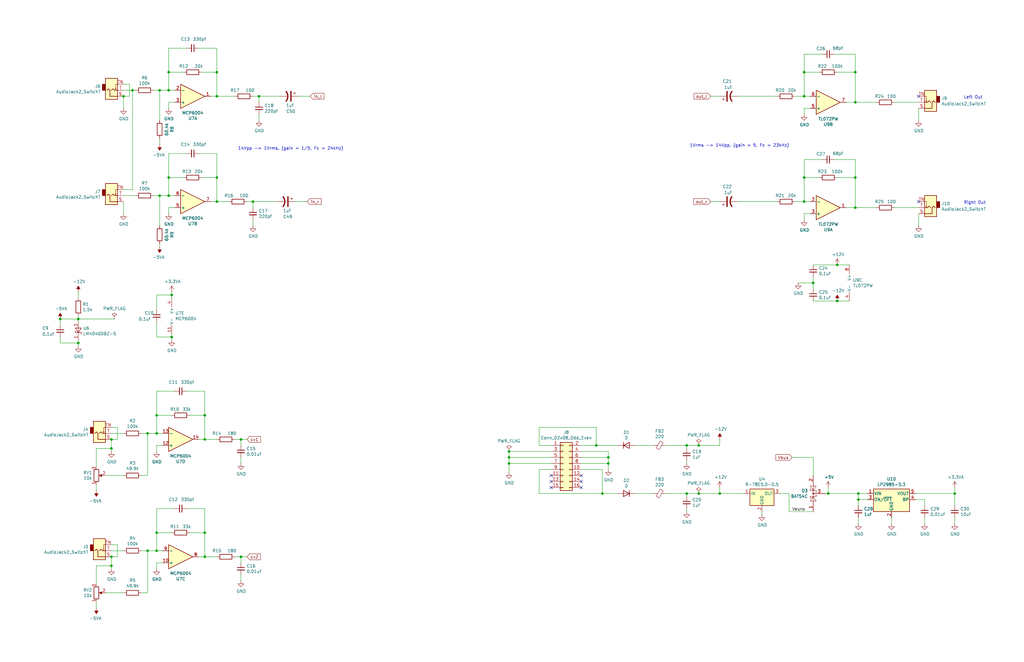
<source format=kicad_sch>
(kicad_sch (version 20211123) (generator eeschema)
  (paper "B")
  (title_block (title "up5k Oscillator Euro ") (date "2021-03-27") (rev "-"))
  (lib_symbols
    (symbol "Amplifier_Operational:MCP6004" (pin_names (offset 0.127))
      (property "Reference" "U" (at 0 5.08 0))
      (property "Value" "MCP6004" (at 0 -5.08 0))
      (symbol "MCP6004_1_1"
        (pin output line (at 7.62 0 180) (length 2.54) (name "~") (number "1"))
        (pin input line (at -7.62 -2.54 0) (length 2.54) (name "-") (number "2"))
        (pin input line (at -7.62 2.54 0) (length 2.54) (name "+") (number "3"))
      )
      (symbol "MCP6004_2_1"
        (pin input line (at -7.62 2.54 0) (length 2.54) (name "+") (number "5"))
        (pin input line (at -7.62 -2.54 0) (length 2.54) (name "-") (number "6"))
        (pin output line (at 7.62 0 180) (length 2.54) (name "~") (number "7"))
      )
      (symbol "MCP6004_3_1"
        (pin input line (at -7.62 2.54 0) (length 2.54) (name "+") (number "10"))
        (pin output line (at 7.62 0 180) (length 2.54) (name "~") (number "8"))
        (pin input line (at -7.62 -2.54 0) (length 2.54) (name "-") (number "9"))
      )
      (symbol "MCP6004_4_1"
        (pin input line (at -7.62 2.54 0) (length 2.54) (name "+") (number "12"))
        (pin input line (at -7.62 -2.54 0) (length 2.54) (name "-") (number "13"))
        (pin output line (at 7.62 0 180) (length 2.54) (name "~") (number "14"))
      )
      (symbol "MCP6004_5_1"
        (pin power_in line (at -2.54 -7.62 90) (length 3.81) (name "V-") (number "11"))
        (pin power_in line (at -2.54 7.62 270) (length 3.81) (name "V+") (number "4"))
      )
    )
    (symbol "Amplifier_Operational:TL082" (pin_names (offset 0.127))
      (property "Reference" "U" (at 0 5.08 0))
      (property "Value" "TL082" (at 0 -5.08 0))
      (symbol "TL082_1_1"
        (pin output line (at 7.62 0 180) (length 2.54) (name "~") (number "1"))
        (pin input line (at -7.62 -2.54 0) (length 2.54) (name "-") (number "2"))
        (pin input line (at -7.62 2.54 0) (length 2.54) (name "+") (number "3"))
      )
      (symbol "TL082_2_1"
        (pin input line (at -7.62 2.54 0) (length 2.54) (name "+") (number "5"))
        (pin input line (at -7.62 -2.54 0) (length 2.54) (name "-") (number "6"))
        (pin output line (at 7.62 0 180) (length 2.54) (name "~") (number "7"))
      )
      (symbol "TL082_3_1"
        (pin power_in line (at -2.54 -7.62 90) (length 3.81) (name "V-") (number "4"))
        (pin power_in line (at -2.54 7.62 270) (length 3.81) (name "V+") (number "8"))
      )
    )
    (symbol "Connector:AudioJack2_SwitchT"
      (property "Reference" "J" (at 0 8.89 0))
      (property "Value" "AudioJack2_SwitchT" (at 0 6.35 0))
      (symbol "AudioJack2_SwitchT_1_1"
        (pin passive line (at 5.08 2.54 180) (length 2.54) (name "~") (number "S"))
        (pin passive line (at 5.08 0 180) (length 2.54) (name "~") (number "T"))
        (pin passive line (at 5.08 -2.54 180) (length 2.54) (name "~") (number "TN"))
      )
    )
    (symbol "Connector_Generic:Conn_02x08_Odd_Even" (pin_names (offset 1.016) hide)
      (property "Reference" "J" (at 1.27 10.16 0))
      (property "Value" "Conn_02x08_Odd_Even" (at 1.27 -12.7 0))
      (symbol "Conn_02x08_Odd_Even_1_1"
        (pin passive line (at -5.08 7.62 0) (length 3.81) (name "Pin_1") (number "1"))
        (pin passive line (at 7.62 -2.54 180) (length 3.81) (name "Pin_10") (number "10"))
        (pin passive line (at -5.08 -5.08 0) (length 3.81) (name "Pin_11") (number "11"))
        (pin passive line (at 7.62 -5.08 180) (length 3.81) (name "Pin_12") (number "12"))
        (pin passive line (at -5.08 -7.62 0) (length 3.81) (name "Pin_13") (number "13"))
        (pin passive line (at 7.62 -7.62 180) (length 3.81) (name "Pin_14") (number "14"))
        (pin passive line (at -5.08 -10.16 0) (length 3.81) (name "Pin_15") (number "15"))
        (pin passive line (at 7.62 -10.16 180) (length 3.81) (name "Pin_16") (number "16"))
        (pin passive line (at 7.62 7.62 180) (length 3.81) (name "Pin_2") (number "2"))
        (pin passive line (at -5.08 5.08 0) (length 3.81) (name "Pin_3") (number "3"))
        (pin passive line (at 7.62 5.08 180) (length 3.81) (name "Pin_4") (number "4"))
        (pin passive line (at -5.08 2.54 0) (length 3.81) (name "Pin_5") (number "5"))
        (pin passive line (at 7.62 2.54 180) (length 3.81) (name "Pin_6") (number "6"))
        (pin passive line (at -5.08 0 0) (length 3.81) (name "Pin_7") (number "7"))
        (pin passive line (at 7.62 0 180) (length 3.81) (name "Pin_8") (number "8"))
        (pin passive line (at -5.08 -2.54 0) (length 3.81) (name "Pin_9") (number "9"))
      )
    )
    (symbol "Device:CP1" (pin_numbers hide) (pin_names (offset 0.254) hide)
      (property "Reference" "C" (at 0.635 2.54 0))
      (property "Value" "Device_CP1" (at 0.635 -2.54 0))
      (symbol "CP1_1_1"
        (pin passive line (at 0 3.81 270) (length 2.794) (name "~") (number "1"))
        (pin passive line (at 0 -3.81 90) (length 3.302) (name "~") (number "2"))
      )
    )
    (symbol "Device:C_Small" (pin_numbers hide) (pin_names (offset 0.254) hide)
      (property "Reference" "C" (at 0.254 1.778 0))
      (property "Value" "C_Small" (at 0.254 -2.032 0))
      (symbol "C_Small_1_1"
        (pin passive line (at 0 2.54 270) (length 2.032) (name "~") (number "1"))
        (pin passive line (at 0 -2.54 90) (length 2.032) (name "~") (number "2"))
      )
    )
    (symbol "Device:D" (pin_numbers hide) (pin_names (offset 1.016) hide)
      (property "Reference" "D" (at 0 2.54 0))
      (property "Value" "D" (at 0 -2.54 0))
      (symbol "D_1_1"
        (pin passive line (at -3.81 0 0) (length 2.54) (name "K") (number "1"))
        (pin passive line (at 3.81 0 180) (length 2.54) (name "A") (number "2"))
      )
    )
    (symbol "Device:Ferrite_Bead_Small" (pin_numbers hide) (pin_names (offset 0))
      (property "Reference" "FB" (at 1.905 1.27 0))
      (property "Value" "Device_Ferrite_Bead_Small" (at 1.905 -1.27 0))
      (symbol "Ferrite_Bead_Small_1_1"
        (pin passive line (at 0 2.54 270) (length 1.27) (name "~") (number "1"))
        (pin passive line (at 0 -2.54 90) (length 1.27) (name "~") (number "2"))
      )
    )
    (symbol "Device:R" (pin_numbers hide) (pin_names (offset 0))
      (property "Reference" "R" (at 2.032 0 90))
      (property "Value" "R" (at 0 0 90))
      (symbol "R_1_1"
        (pin passive line (at 0 3.81 270) (length 1.27) (name "~") (number "1"))
        (pin passive line (at 0 -3.81 90) (length 1.27) (name "~") (number "2"))
      )
    )
    (symbol "Device:R_POT" (pin_names (offset 1.016) hide)
      (property "Reference" "RV" (at -4.445 0 90))
      (property "Value" "Device_R_POT" (at -2.54 0 90))
      (symbol "R_POT_1_1"
        (pin passive line (at 0 3.81 270) (length 1.27) (name "1") (number "1"))
        (pin passive line (at 3.81 0 180) (length 1.27) (name "2") (number "2"))
        (pin passive line (at 0 -3.81 90) (length 1.27) (name "3") (number "3"))
      )
    )
    (symbol "Diode:BAT54C" (pin_names (offset 1.016))
      (property "Reference" "D" (at 0.635 -3.81 0))
      (property "Value" "BAT54C" (at -6.35 3.175 0))
      (symbol "BAT54C_1_1"
        (pin passive line (at -7.62 0 0) (length 3.81) (name "~") (number "1"))
        (pin passive line (at 7.62 0 180) (length 3.81) (name "~") (number "2"))
        (pin passive line (at 0 -5.08 90) (length 5.08) (name "~") (number "3"))
      )
    )
    (symbol "Reference_Voltage:LM4040DBZ-5" (pin_names (offset 0.0254) hide)
      (property "Reference" "U" (at 0 2.54 0))
      (property "Value" "LM4040DBZ-5" (at 0 -3.175 0))
      (symbol "LM4040DBZ-5_1_1"
        (pin passive line (at 3.81 0 180) (length 2.54) (name "K") (number "1"))
        (pin passive line (at -3.81 0 0) (length 2.54) (name "A") (number "2"))
      )
    )
    (symbol "Regulator_Linear:LP2985-3.3" (pin_names (offset 0.254))
      (property "Reference" "U" (at -6.35 5.715 0))
      (property "Value" "LP2985-3.3" (at 0 5.715 0))
      (symbol "LP2985-3.3_1_1"
        (pin power_in line (at -10.16 2.54 0) (length 2.54) (name "VIN") (number "1"))
        (pin power_in line (at 0 -7.62 90) (length 2.54) (name "GND") (number "2"))
        (pin input line (at -10.16 0 0) (length 2.54) (name "ON/~{OFF}") (number "3"))
        (pin input line (at 10.16 0 180) (length 2.54) (name "BP") (number "4"))
        (pin power_out line (at 10.16 2.54 180) (length 2.54) (name "VOUT") (number "5"))
      )
    )
    (symbol "emeb_library:R-78E5.0-0.5" (pin_names (offset 0.254))
      (property "Reference" "U" (at -3.81 3.175 0))
      (property "Value" "emeb_library_R-78E5.0-0.5" (at 0 3.175 0))
      (symbol "R-78E5.0-0.5_1_1"
        (pin power_in line (at -7.62 0 0) (length 2.54) (name "IN") (number "1"))
        (pin power_in line (at 0 -7.62 90) (length 2.54) (name "GND") (number "2"))
        (pin power_out line (at 7.62 0 180) (length 2.54) (name "OUT") (number "3"))
      )
    )
    (symbol "power:+12V" (power) (pin_names (offset 0))
      (property "Value" "+12V" (at 0 3.556 0))
      (symbol "+12V_1_1"
        (pin power_in line (at 0 0 90) (length 0) hide (name "+12V") (number "1"))
      )
    )
    (symbol "power:+3.3VA" (power) (pin_names (offset 0))
      (property "Value" "+3.3VA" (at 0 3.556 0))
      (symbol "+3.3VA_1_1"
        (pin power_in line (at 0 0 90) (length 0) hide (name "+3.3VA") (number "1"))
      )
    )
    (symbol "power:+5V" (power) (pin_names (offset 0))
      (property "Value" "+5V" (at 0 3.556 0))
      (symbol "+5V_1_1"
        (pin power_in line (at 0 0 90) (length 0) hide (name "+5V") (number "1"))
      )
    )
    (symbol "power:-12V" (power) (pin_names (offset 0))
      (property "Value" "-12V" (at 0 3.81 0))
      (symbol "-12V_0_0"
        (pin power_in line (at 0 0 90) (length 0) hide (name "-12V") (number "1"))
      )
    )
    (symbol "power:-5VA" (power) (pin_names (offset 0))
      (property "Value" "-5VA" (at 0 3.81 0))
      (symbol "-5VA_0_0"
        (pin power_in line (at 0 0 90) (length 0) hide (name "-5VA") (number "1"))
      )
    )
    (symbol "power:GND" (power) (pin_names (offset 0))
      (property "Value" "GND" (at 0 -3.81 0))
      (symbol "GND_1_1"
        (pin power_in line (at 0 0 270) (length 0) hide (name "GND") (number "1"))
      )
    )
    (symbol "power:PWR_FLAG" (power) (pin_numbers hide) (pin_names (offset 0) hide)
      (property "Value" "PWR_FLAG" (at 0 3.81 0))
      (symbol "PWR_FLAG_0_0"
        (pin power_out line (at 0 0 90) (length 0) (name "pwr") (number "1"))
      )
    )
  )
  (junction (at 91.44 74.93))
  (junction (at 46.99 238.76))
  (junction (at 46.99 189.23))
  (junction (at 91.44 85.09))
  (junction (at 254 208.28))
  (junction (at 339.09 40.64))
  (junction (at 294.64 208.28))
  (junction (at 86.36 224.79))
  (junction (at 361.95 208.28))
  (junction (at 303.53 208.28))
  (junction (at 360.68 87.63))
  (junction (at 66.04 175.26))
  (junction (at 72.39 124.46))
  (junction (at 101.6 185.42))
  (junction (at 33.02 134.62))
  (junction (at 71.12 82.55))
  (junction (at 256.54 195.58))
  (junction (at 214.63 190.5))
  (junction (at 72.39 142.24))
  (junction (at 106.68 85.09))
  (junction (at 361.95 210.82))
  (junction (at 62.23 232.41))
  (junction (at 86.36 175.26))
  (junction (at 294.64 187.96))
  (junction (at 214.63 195.58))
  (junction (at 66.04 224.79))
  (junction (at 67.31 82.55))
  (junction (at 71.12 74.93))
  (junction (at 214.63 193.04))
  (junction (at 46.99 185.42))
  (junction (at 91.44 30.48))
  (junction (at 71.12 38.1))
  (junction (at 339.09 74.93))
  (junction (at 360.68 43.18))
  (junction (at 67.31 38.1))
  (junction (at 66.04 182.88))
  (junction (at 353.06 127))
  (junction (at 353.06 111.76))
  (junction (at 62.23 182.88))
  (junction (at 25.4 134.62))
  (junction (at 46.99 234.95))
  (junction (at 342.9 119.38))
  (junction (at 289.56 208.28))
  (junction (at 91.44 40.64))
  (junction (at 360.68 30.48))
  (junction (at 33.02 144.78))
  (junction (at 52.07 40.64))
  (junction (at 66.04 232.41))
  (junction (at 71.12 30.48))
  (junction (at 251.46 187.96))
  (junction (at 289.56 187.96))
  (junction (at 86.36 185.42))
  (junction (at 101.6 234.95))
  (junction (at 339.09 30.48))
  (junction (at 256.54 193.04))
  (junction (at 339.09 85.09))
  (junction (at 360.68 74.93))
  (junction (at 349.25 208.28))
  (junction (at 109.22 40.64))
  (junction (at 86.36 234.95))
  (junction (at 402.59 208.28))
  (junction (at 55.88 38.1))
  (no_connect (at 245.11 203.2))
  (no_connect (at 387.35 40.64))
  (no_connect (at 387.35 85.09))
  (no_connect (at 245.11 205.74))
  (no_connect (at 232.41 200.66))
  (no_connect (at 232.41 205.74))
  (no_connect (at 232.41 203.2))
  (no_connect (at 245.11 200.66))
  (wire (pts (xy 55.88 38.1) (xy 57.15 38.1)))
  (wire (pts (xy 386.08 210.82) (xy 389.89 210.82)))
  (wire (pts (xy 33.02 134.62) (xy 33.02 133.35)))
  (wire (pts (xy 46.99 234.95) (xy 46.99 238.76)))
  (wire (pts (xy 101.6 185.42) (xy 101.6 187.96)))
  (wire (pts (xy 91.44 85.09) (xy 88.9 85.09)))
  (wire (pts (xy 342.9 127) (xy 353.06 127)))
  (wire (pts (xy 387.35 45.72) (xy 387.35 50.8)))
  (wire (pts (xy 124.46 85.09) (xy 129.54 85.09)))
  (wire (pts (xy 256.54 195.58) (xy 256.54 198.12)))
  (wire (pts (xy 67.31 95.25) (xy 67.31 82.55)))
  (wire (pts (xy 59.69 182.88) (xy 62.23 182.88)))
  (wire (pts (xy 353.06 30.48) (xy 360.68 30.48)))
  (wire (pts (xy 339.09 45.72) (xy 339.09 48.26)))
  (wire (pts (xy 91.44 85.09) (xy 96.52 85.09)))
  (wire (pts (xy 332.74 208.28) (xy 332.74 215.9)))
  (wire (pts (xy 389.89 218.44) (xy 389.89 220.98)))
  (wire (pts (xy 106.68 95.25) (xy 106.68 92.71)))
  (wire (pts (xy 280.67 187.96) (xy 289.56 187.96)))
  (wire (pts (xy 303.53 187.96) (xy 303.53 185.42)))
  (wire (pts (xy 289.56 208.28) (xy 294.64 208.28)))
  (wire (pts (xy 125.73 40.64) (xy 130.81 40.64)))
  (wire (pts (xy 260.35 208.28) (xy 254 208.28)))
  (wire (pts (xy 77.47 30.48) (xy 71.12 30.48)))
  (wire (pts (xy 349.25 208.28) (xy 361.95 208.28)))
  (wire (pts (xy 339.09 30.48) (xy 339.09 40.64)))
  (wire (pts (xy 232.41 190.5) (xy 214.63 190.5)))
  (wire (pts (xy 347.98 208.28) (xy 349.25 208.28)))
  (wire (pts (xy 389.89 210.82) (xy 389.89 213.36)))
  (wire (pts (xy 33.02 144.78) (xy 33.02 143.51)))
  (wire (pts (xy 335.28 40.64) (xy 339.09 40.64)))
  (wire (pts (xy 251.46 187.96) (xy 260.35 187.96)))
  (wire (pts (xy 64.77 38.1) (xy 67.31 38.1)))
  (wire (pts (xy 66.04 142.24) (xy 66.04 135.89)))
  (wire (pts (xy 91.44 74.93) (xy 91.44 85.09)))
  (wire (pts (xy 68.58 187.96) (xy 66.04 187.96)))
  (wire (pts (xy 86.36 224.79) (xy 86.36 234.95)))
  (wire (pts (xy 358.14 111.76) (xy 353.06 111.76)))
  (wire (pts (xy 33.02 125.73) (xy 33.02 123.19)))
  (wire (pts (xy 66.04 165.1) (xy 66.04 175.26)))
  (wire (pts (xy 40.64 238.76) (xy 40.64 246.38)))
  (wire (pts (xy 303.53 208.28) (xy 313.69 208.28)))
  (wire (pts (xy 254 208.28) (xy 254 198.12)))
  (wire (pts (xy 339.09 67.31) (xy 339.09 74.93)))
  (wire (pts (xy 72.39 123.19) (xy 72.39 124.46)))
  (wire (pts (xy 245.11 193.04) (xy 256.54 193.04)))
  (wire (pts (xy 25.4 134.62) (xy 33.02 134.62)))
  (wire (pts (xy 46.99 180.34) (xy 49.53 180.34)))
  (wire (pts (xy 303.53 208.28) (xy 303.53 205.74)))
  (wire (pts (xy 289.56 187.96) (xy 294.64 187.96)))
  (wire (pts (xy 289.56 194.31) (xy 289.56 195.58)))
  (wire (pts (xy 78.74 214.63) (xy 86.36 214.63)))
  (wire (pts (xy 342.9 116.84) (xy 342.9 119.38)))
  (wire (pts (xy 64.77 82.55) (xy 67.31 82.55)))
  (wire (pts (xy 54.61 40.64) (xy 52.07 40.64)))
  (wire (pts (xy 49.53 229.87) (xy 49.53 234.95)))
  (wire (pts (xy 72.39 175.26) (xy 66.04 175.26)))
  (wire (pts (xy 101.6 234.95) (xy 104.14 234.95)))
  (wire (pts (xy 78.74 64.77) (xy 71.12 64.77)))
  (wire (pts (xy 339.09 85.09) (xy 341.63 85.09)))
  (wire (pts (xy 71.12 38.1) (xy 73.66 38.1)))
  (wire (pts (xy 106.68 85.09) (xy 106.68 87.63)))
  (wire (pts (xy 71.12 87.63) (xy 71.12 90.17)))
  (wire (pts (xy 214.63 190.5) (xy 214.63 193.04)))
  (wire (pts (xy 86.36 165.1) (xy 86.36 175.26)))
  (wire (pts (xy 46.99 229.87) (xy 49.53 229.87)))
  (wire (pts (xy 52.07 40.64) (xy 52.07 45.72)))
  (wire (pts (xy 46.99 189.23) (xy 40.64 189.23)))
  (wire (pts (xy 71.12 20.32) (xy 71.12 30.48)))
  (wire (pts (xy 52.07 85.09) (xy 52.07 90.17)))
  (wire (pts (xy 71.12 64.77) (xy 71.12 74.93)))
  (wire (pts (xy 311.15 40.64) (xy 327.66 40.64)))
  (wire (pts (xy 46.99 185.42) (xy 46.99 189.23)))
  (wire (pts (xy 232.41 198.12) (xy 227.33 198.12)))
  (wire (pts (xy 49.53 234.95) (xy 46.99 234.95)))
  (wire (pts (xy 73.66 43.18) (xy 71.12 43.18)))
  (wire (pts (xy 267.97 208.28) (xy 275.59 208.28)))
  (wire (pts (xy 334.01 193.04) (xy 342.9 193.04)))
  (wire (pts (xy 386.08 208.28) (xy 402.59 208.28)))
  (wire (pts (xy 67.31 50.8) (xy 67.31 38.1)))
  (wire (pts (xy 83.82 64.77) (xy 91.44 64.77)))
  (wire (pts (xy 365.76 210.82) (xy 361.95 210.82)))
  (wire (pts (xy 101.6 234.95) (xy 101.6 237.49)))
  (wire (pts (xy 227.33 180.34) (xy 251.46 180.34)))
  (wire (pts (xy 66.04 124.46) (xy 66.04 130.81)))
  (wire (pts (xy 66.04 224.79) (xy 66.04 232.41)))
  (wire (pts (xy 245.11 195.58) (xy 256.54 195.58)))
  (wire (pts (xy 361.95 220.98) (xy 361.95 218.44)))
  (wire (pts (xy 67.31 82.55) (xy 71.12 82.55)))
  (wire (pts (xy 46.99 189.23) (xy 46.99 190.5)))
  (wire (pts (xy 232.41 193.04) (xy 214.63 193.04)))
  (wire (pts (xy 46.99 238.76) (xy 46.99 240.03)))
  (wire (pts (xy 106.68 40.64) (xy 109.22 40.64)))
  (wire (pts (xy 353.06 74.93) (xy 360.68 74.93)))
  (wire (pts (xy 101.6 195.58) (xy 101.6 193.04)))
  (wire (pts (xy 360.68 30.48) (xy 360.68 43.18)))
  (wire (pts (xy 99.06 234.95) (xy 101.6 234.95)))
  (wire (pts (xy 294.64 187.96) (xy 303.53 187.96)))
  (wire (pts (xy 78.74 165.1) (xy 86.36 165.1)))
  (wire (pts (xy 339.09 22.86) (xy 339.09 30.48)))
  (wire (pts (xy 321.31 215.9) (xy 321.31 217.17)))
  (wire (pts (xy 360.68 67.31) (xy 360.68 74.93)))
  (wire (pts (xy 402.59 218.44) (xy 402.59 220.98)))
  (wire (pts (xy 66.04 214.63) (xy 66.04 224.79)))
  (wire (pts (xy 377.19 43.18) (xy 387.35 43.18)))
  (wire (pts (xy 289.56 187.96) (xy 289.56 189.23)))
  (wire (pts (xy 349.25 208.28) (xy 349.25 205.74)))
  (wire (pts (xy 62.23 182.88) (xy 66.04 182.88)))
  (wire (pts (xy 72.39 143.51) (xy 72.39 142.24)))
  (wire (pts (xy 360.68 43.18) (xy 356.87 43.18)))
  (wire (pts (xy 289.56 215.9) (xy 289.56 214.63)))
  (wire (pts (xy 346.71 22.86) (xy 339.09 22.86)))
  (wire (pts (xy 377.19 87.63) (xy 387.35 87.63)))
  (wire (pts (xy 25.4 144.78) (xy 33.02 144.78)))
  (wire (pts (xy 214.63 193.04) (xy 214.63 195.58)))
  (wire (pts (xy 311.15 85.09) (xy 327.66 85.09)))
  (wire (pts (xy 72.39 224.79) (xy 66.04 224.79)))
  (wire (pts (xy 86.36 234.95) (xy 83.82 234.95)))
  (wire (pts (xy 339.09 40.64) (xy 341.63 40.64)))
  (wire (pts (xy 99.06 185.42) (xy 101.6 185.42)))
  (wire (pts (xy 91.44 40.64) (xy 88.9 40.64)))
  (wire (pts (xy 91.44 20.32) (xy 91.44 30.48)))
  (wire (pts (xy 109.22 40.64) (xy 118.11 40.64)))
  (wire (pts (xy 62.23 200.66) (xy 62.23 182.88)))
  (wire (pts (xy 351.79 22.86) (xy 360.68 22.86)))
  (wire (pts (xy 71.12 82.55) (xy 73.66 82.55)))
  (wire (pts (xy 86.36 214.63) (xy 86.36 224.79)))
  (wire (pts (xy 40.64 254) (xy 40.64 256.54)))
  (wire (pts (xy 299.72 85.09) (xy 303.53 85.09)))
  (wire (pts (xy 342.9 119.38) (xy 342.9 121.92)))
  (wire (pts (xy 33.02 146.05) (xy 33.02 144.78)))
  (wire (pts (xy 328.93 208.28) (xy 332.74 208.28)))
  (wire (pts (xy 402.59 205.74) (xy 402.59 208.28)))
  (wire (pts (xy 54.61 35.56) (xy 54.61 40.64)))
  (wire (pts (xy 73.66 165.1) (xy 66.04 165.1)))
  (wire (pts (xy 375.92 220.98) (xy 375.92 218.44)))
  (wire (pts (xy 351.79 67.31) (xy 360.68 67.31)))
  (wire (pts (xy 67.31 38.1) (xy 71.12 38.1)))
  (wire (pts (xy 294.64 208.28) (xy 303.53 208.28)))
  (wire (pts (xy 85.09 74.93) (xy 91.44 74.93)))
  (wire (pts (xy 33.02 135.89) (xy 33.02 134.62)))
  (wire (pts (xy 251.46 187.96) (xy 245.11 187.96)))
  (wire (pts (xy 66.04 187.96) (xy 66.04 190.5)))
  (wire (pts (xy 71.12 43.18) (xy 71.12 45.72)))
  (wire (pts (xy 40.64 189.23) (xy 40.64 196.85)))
  (wire (pts (xy 91.44 64.77) (xy 91.44 74.93)))
  (wire (pts (xy 67.31 60.96) (xy 67.31 58.42)))
  (wire (pts (xy 289.56 208.28) (xy 289.56 209.55)))
  (wire (pts (xy 91.44 40.64) (xy 99.06 40.64)))
  (wire (pts (xy 335.28 85.09) (xy 339.09 85.09)))
  (wire (pts (xy 251.46 180.34) (xy 251.46 187.96)))
  (wire (pts (xy 104.14 85.09) (xy 106.68 85.09)))
  (wire (pts (xy 25.4 137.16) (xy 25.4 134.62)))
  (wire (pts (xy 72.39 124.46) (xy 72.39 125.73)))
  (wire (pts (xy 72.39 142.24) (xy 72.39 140.97)))
  (wire (pts (xy 80.01 224.79) (xy 86.36 224.79)))
  (wire (pts (xy 232.41 195.58) (xy 214.63 195.58)))
  (wire (pts (xy 46.99 232.41) (xy 52.07 232.41)))
  (wire (pts (xy 44.45 250.19) (xy 52.07 250.19)))
  (wire (pts (xy 59.69 232.41) (xy 62.23 232.41)))
  (wire (pts (xy 46.99 238.76) (xy 40.64 238.76)))
  (wire (pts (xy 256.54 193.04) (xy 256.54 195.58)))
  (wire (pts (xy 360.68 22.86) (xy 360.68 30.48)))
  (wire (pts (xy 353.06 127) (xy 358.14 127)))
  (wire (pts (xy 227.33 208.28) (xy 254 208.28)))
  (wire (pts (xy 68.58 237.49) (xy 66.04 237.49)))
  (wire (pts (xy 49.53 180.34) (xy 49.53 185.42)))
  (wire (pts (xy 360.68 87.63) (xy 356.87 87.63)))
  (wire (pts (xy 73.66 87.63) (xy 71.12 87.63)))
  (wire (pts (xy 109.22 50.8) (xy 109.22 48.26)))
  (wire (pts (xy 109.22 40.64) (xy 109.22 43.18)))
  (wire (pts (xy 44.45 200.66) (xy 52.07 200.66)))
  (wire (pts (xy 33.02 134.62) (xy 48.26 134.62)))
  (wire (pts (xy 86.36 185.42) (xy 83.82 185.42)))
  (wire (pts (xy 55.88 38.1) (xy 55.88 80.01)))
  (wire (pts (xy 360.68 74.93) (xy 360.68 87.63)))
  (wire (pts (xy 345.44 74.93) (xy 339.09 74.93)))
  (wire (pts (xy 66.04 175.26) (xy 66.04 182.88)))
  (wire (pts (xy 101.6 185.42) (xy 104.14 185.42)))
  (wire (pts (xy 59.69 250.19) (xy 62.23 250.19)))
  (wire (pts (xy 72.39 124.46) (xy 66.04 124.46)))
  (wire (pts (xy 342.9 193.04) (xy 342.9 200.66)))
  (wire (pts (xy 101.6 245.11) (xy 101.6 242.57)))
  (wire (pts (xy 214.63 195.58) (xy 214.63 199.39)))
  (wire (pts (xy 256.54 190.5) (xy 256.54 193.04)))
  (wire (pts (xy 360.68 87.63) (xy 369.57 87.63)))
  (wire (pts (xy 299.72 40.64) (xy 303.53 40.64)))
  (wire (pts (xy 106.68 85.09) (xy 116.84 85.09)))
  (wire (pts (xy 67.31 104.14) (xy 67.31 102.87)))
  (wire (pts (xy 361.95 208.28) (xy 365.76 208.28)))
  (wire (pts (xy 342.9 119.38) (xy 336.55 119.38)))
  (wire (pts (xy 59.69 200.66) (xy 62.23 200.66)))
  (wire (pts (xy 85.09 30.48) (xy 91.44 30.48)))
  (wire (pts (xy 361.95 213.36) (xy 361.95 210.82)))
  (wire (pts (xy 86.36 175.26) (xy 86.36 185.42)))
  (wire (pts (xy 52.07 35.56) (xy 54.61 35.56)))
  (wire (pts (xy 83.82 20.32) (xy 91.44 20.32)))
  (wire (pts (xy 267.97 187.96) (xy 275.59 187.96)))
  (wire (pts (xy 66.04 237.49) (xy 66.04 240.03)))
  (wire (pts (xy 245.11 198.12) (xy 254 198.12)))
  (wire (pts (xy 52.07 80.01) (xy 55.88 80.01)))
  (wire (pts (xy 40.64 204.47) (xy 40.64 207.01)))
  (wire (pts (xy 78.74 20.32) (xy 71.12 20.32)))
  (wire (pts (xy 71.12 30.48) (xy 71.12 38.1)))
  (wire (pts (xy 80.01 175.26) (xy 86.36 175.26)))
  (wire (pts (xy 227.33 187.96) (xy 227.33 180.34)))
  (wire (pts (xy 353.06 111.76) (xy 342.9 111.76)))
  (wire (pts (xy 86.36 185.42) (xy 91.44 185.42)))
  (wire (pts (xy 339.09 74.93) (xy 339.09 85.09)))
  (wire (pts (xy 62.23 232.41) (xy 66.04 232.41)))
  (wire (pts (xy 66.04 182.88) (xy 68.58 182.88)))
  (wire (pts (xy 332.74 215.9) (xy 342.9 215.9)))
  (wire (pts (xy 52.07 82.55) (xy 57.15 82.55)))
  (wire (pts (xy 77.47 74.93) (xy 71.12 74.93)))
  (wire (pts (xy 49.53 185.42) (xy 46.99 185.42)))
  (wire (pts (xy 387.35 90.17) (xy 387.35 95.25)))
  (wire (pts (xy 280.67 208.28) (xy 289.56 208.28)))
  (wire (pts (xy 52.07 38.1) (xy 55.88 38.1)))
  (wire (pts (xy 232.41 187.96) (xy 227.33 187.96)))
  (wire (pts (xy 360.68 43.18) (xy 369.57 43.18)))
  (wire (pts (xy 46.99 182.88) (xy 52.07 182.88)))
  (wire (pts (xy 66.04 232.41) (xy 68.58 232.41)))
  (wire (pts (xy 346.71 67.31) (xy 339.09 67.31)))
  (wire (pts (xy 25.4 142.24) (xy 25.4 144.78)))
  (wire (pts (xy 339.09 90.17) (xy 341.63 90.17)))
  (wire (pts (xy 91.44 30.48) (xy 91.44 40.64)))
  (wire (pts (xy 73.66 214.63) (xy 66.04 214.63)))
  (wire (pts (xy 62.23 250.19) (xy 62.23 232.41)))
  (wire (pts (xy 71.12 74.93) (xy 71.12 82.55)))
  (wire (pts (xy 339.09 90.17) (xy 339.09 92.71)))
  (wire (pts (xy 402.59 208.28) (xy 402.59 213.36)))
  (wire (pts (xy 86.36 234.95) (xy 91.44 234.95)))
  (wire (pts (xy 361.95 210.82) (xy 361.95 208.28)))
  (wire (pts (xy 245.11 190.5) (xy 256.54 190.5)))
  (wire (pts (xy 72.39 142.24) (xy 66.04 142.24)))
  (wire (pts (xy 339.09 45.72) (xy 341.63 45.72)))
  (wire (pts (xy 345.44 30.48) (xy 339.09 30.48)))
  (wire (pts (xy 227.33 198.12) (xy 227.33 208.28)))
  (text "14Vpp -> 1Vrms. (gain = 1/5, Fc = 24kHz)" (at 100.33 63.5 0) (effects (font (size 1.27 1.27)) (justify left bottom)))
  (text "Left Out" (at 406.4 41.91 0) (effects (font (size 1.27 1.27)) (justify left bottom)))
  (text "1Vrms -> 14Vpp. (gain = 5, Fc = 23kHz)" (at 290.83 62.23 0) (effects (font (size 1.27 1.27)) (justify left bottom)))
  (text "Right Out" (at 406.4 86.36 0) (effects (font (size 1.27 1.27)) (justify left bottom)))
  (label "Veuro" (at 334.01 215.9 0))
  (global_label "out_r" (shape input) (at 299.72 85.09 180) (property "Intersheet References" "${INTERSHEET_REFS}" (effects hide)))
  (global_label "Vbus" (shape input) (at 334.01 193.04 180) (property "Intersheet References" "${INTERSHEET_REFS}" (effects hide)))
  (global_label "cv1" (shape input) (at 104.14 185.42 0) (property "Intersheet References" "${INTERSHEET_REFS}" (effects hide)))
  (global_label "in_l" (shape input) (at 130.81 40.64 0) (property "Intersheet References" "${INTERSHEET_REFS}" (effects hide)))
  (global_label "in_r" (shape input) (at 129.54 85.09 0) (property "Intersheet References" "${INTERSHEET_REFS}" (effects hide)))
  (global_label "cv2" (shape input) (at 104.14 234.95 0) (property "Intersheet References" "${INTERSHEET_REFS}" (effects hide)))
  (global_label "out_l" (shape input) (at 299.72 40.64 180) (property "Intersheet References" "${INTERSHEET_REFS}" (effects hide)))
  (symbol (lib_id "Regulator_Linear:LP2985-3.3") (at 375.92 210.82 0) (unit 1)
    (property "Reference" "U10" (at 375.92 202.1332 0))
    (property "Value" "LP2985-3.3" (at 375.92 204.4446 0))
    (property "Footprint" "TO_SOT_Packages_SMD:SOT-23-5" (effects hide))
    (property "Datasheet" "http://www.ti.com/lit/ds/symlink/lp2985.pdf" (effects hide))
  )
  (symbol (lib_id "power:GND") (at 375.92 220.98 0) (unit 1)
    (property "Reference" "#PWR0132" (effects hide))
    (property "Value" "GND" (at 376.047 225.3742 0))
  )
  (symbol (lib_id "power:GND") (at 361.95 220.98 0) (unit 1)
    (property "Reference" "#PWR0133" (effects hide))
    (property "Value" "GND" (at 362.077 225.3742 0))
  )
  (symbol (lib_id "power:GND") (at 389.89 220.98 0) (unit 1)
    (property "Reference" "#PWR0134" (effects hide))
    (property "Value" "GND" (at 390.017 225.3742 0))
  )
  (symbol (lib_id "power:GND") (at 402.59 220.98 0) (unit 1)
    (property "Reference" "#PWR0135" (effects hide))
    (property "Value" "GND" (at 402.717 225.3742 0))
  )
  (symbol (lib_id "Device:C_Small") (at 389.89 215.9 0) (unit 1)
    (property "Reference" "C29" (at 392.2268 214.7316 0) (effects (justify left)))
    (property "Value" "0.01uf" (at 392.2268 217.043 0) (effects (justify left)))
    (property "Footprint" "Capacitors_SMD:C_0603" (effects hide))
  )
  (symbol (lib_id "Device:C_Small") (at 402.59 215.9 0) (unit 1)
    (property "Reference" "C30" (at 404.9268 214.7316 0) (effects (justify left)))
    (property "Value" "10uf" (at 404.9268 217.043 0) (effects (justify left)))
    (property "Footprint" "Capacitors_SMD:C_0805" (effects hide))
  )
  (symbol (lib_id "Device:C_Small") (at 361.95 215.9 0) (unit 1)
    (property "Reference" "C28" (at 364.2868 214.7316 0) (effects (justify left)))
    (property "Value" "1uf" (at 364.2868 217.043 0) (effects (justify left)))
    (property "Footprint" "Capacitors_SMD:C_0603" (effects hide))
  )
  (symbol (lib_id "power:+3.3VA") (at 402.59 205.74 0) (unit 1)
    (property "Reference" "#PWR0136" (effects hide))
    (property "Value" "+3.3VA" (at 402.971 201.3458 0))
  )
  (symbol (lib_id "Connector:AudioJack2_SwitchT") (at 392.43 43.18 180) (unit 1)
    (property "Reference" "J9" (at 397.002 41.4782 0) (effects (justify right)))
    (property "Value" "AudioJack2_SwitchT" (at 397.002 43.7896 0) (effects (justify right)))
    (property "Footprint" "footprints:Jack_3.5mm_QingPu_WQP-PJ398SM_Vertical_CircularHoles" (effects hide))
  )
  (symbol (lib_id "Connector:AudioJack2_SwitchT") (at 41.91 232.41 0) (mirror x) (unit 1)
    (property "Reference" "J5" (at 37.3634 230.7082 0) (effects (justify right)))
    (property "Value" "AudioJack2_SwitchT" (at 37.3634 233.0196 0) (effects (justify right)))
    (property "Footprint" "footprints:Jack_3.5mm_QingPu_WQP-PJ398SM_Vertical_CircularHoles" (effects hide))
  )
  (symbol (lib_id "power:GND") (at 46.99 240.03 0) (unit 1)
    (property "Reference" "#PWR0137" (effects hide))
    (property "Value" "GND" (at 47.117 244.4242 0))
  )
  (symbol (lib_id "Device:R") (at 55.88 232.41 270) (unit 1)
    (property "Reference" "R4" (at 55.88 227.1522 90))
    (property "Value" "100k" (at 55.88 229.4636 90))
    (property "Footprint" "Resistors_SMD:R_0603" (effects hide))
  )
  (symbol (lib_id "Device:R") (at 76.2 224.79 270) (unit 1)
    (property "Reference" "R11" (at 73.66 222.25 90))
    (property "Value" "33k" (at 78.74 222.25 90))
    (property "Footprint" "Resistors_SMD:R_0603" (effects hide))
  )
  (symbol (lib_id "Device:C_Small") (at 76.2 214.63 270) (unit 1)
    (property "Reference" "C12" (at 71.12 210.82 90) (effects (justify left)))
    (property "Value" "330pf" (at 76.2 210.82 90) (effects (justify left)))
    (property "Footprint" "Capacitors_SMD:C_0603" (effects hide))
  )
  (symbol (lib_id "Device:R") (at 55.88 250.19 270) (unit 1)
    (property "Reference" "R5" (at 55.88 244.9322 90))
    (property "Value" "49.9k" (at 55.88 247.2436 90))
    (property "Footprint" "Resistors_SMD:R_0603" (effects hide))
  )
  (symbol (lib_id "Device:R_POT") (at 40.64 250.19 0) (mirror x) (unit 1)
    (property "Reference" "RV2" (at 38.862 249.0216 0) (effects (justify right)))
    (property "Value" "10k" (at 38.862 251.333 0) (effects (justify right)))
    (property "Footprint" "footprints:Potentiometer_TT_P0915N" (effects hide))
  )
  (symbol (lib_id "power:-5VA") (at 40.64 256.54 180) (unit 1)
    (property "Reference" "#PWR0138" (effects hide))
    (property "Value" "-5VA" (at 40.259 260.9342 0))
  )
  (symbol (lib_id "power:GND") (at 66.04 240.03 0) (unit 1)
    (property "Reference" "#PWR0139" (effects hide))
    (property "Value" "GND" (at 66.167 244.4242 0))
  )
  (symbol (lib_id "Device:C_Small") (at 101.6 240.03 0) (unit 1)
    (property "Reference" "C16" (at 103.9368 238.8616 0) (effects (justify left)))
    (property "Value" "0.01uf" (at 103.9368 241.173 0) (effects (justify left)))
    (property "Footprint" "Capacitors_SMD:C_0603" (effects hide))
  )
  (symbol (lib_id "power:GND") (at 101.6 245.11 0) (unit 1)
    (property "Reference" "#PWR0140" (effects hide))
    (property "Value" "GND" (at 101.727 249.5042 0))
  )
  (symbol (lib_id "power:+3.3VA") (at 72.39 123.19 0) (unit 1)
    (property "Reference" "#PWR0141" (effects hide))
    (property "Value" "+3.3VA" (at 72.771 118.7958 0))
  )
  (symbol (lib_id "Device:C_Small") (at 66.04 133.35 0) (unit 1)
    (property "Reference" "C10" (at 60.96 132.08 0) (effects (justify left)))
    (property "Value" "0.1uf" (at 58.42 134.62 0) (effects (justify left)))
    (property "Footprint" "Capacitors_SMD:C_0603" (effects hide))
  )
  (symbol (lib_id "Connector:AudioJack2_SwitchT") (at 41.91 182.88 0) (mirror x) (unit 1)
    (property "Reference" "J4" (at 37.3634 181.1782 0) (effects (justify right)))
    (property "Value" "AudioJack2_SwitchT" (at 37.3634 183.4896 0) (effects (justify right)))
    (property "Footprint" "footprints:Jack_3.5mm_QingPu_WQP-PJ398SM_Vertical_CircularHoles" (effects hide))
  )
  (symbol (lib_id "power:GND") (at 46.99 190.5 0) (unit 1)
    (property "Reference" "#PWR0142" (effects hide))
    (property "Value" "GND" (at 47.117 194.8942 0))
  )
  (symbol (lib_id "Device:R") (at 55.88 182.88 270) (unit 1)
    (property "Reference" "R2" (at 55.88 177.6222 90))
    (property "Value" "100k" (at 55.88 179.9336 90))
    (property "Footprint" "Resistors_SMD:R_0603" (effects hide))
  )
  (symbol (lib_id "Device:R") (at 76.2 175.26 270) (unit 1)
    (property "Reference" "R10" (at 73.66 172.72 90))
    (property "Value" "33k" (at 78.74 172.72 90))
    (property "Footprint" "Resistors_SMD:R_0603" (effects hide))
  )
  (symbol (lib_id "Device:C_Small") (at 76.2 165.1 270) (unit 1)
    (property "Reference" "C11" (at 71.12 161.29 90) (effects (justify left)))
    (property "Value" "330pf" (at 76.2 161.29 90) (effects (justify left)))
    (property "Footprint" "Capacitors_SMD:C_0603" (effects hide))
  )
  (symbol (lib_id "Device:R") (at 55.88 200.66 270) (unit 1)
    (property "Reference" "R3" (at 55.88 195.4022 90))
    (property "Value" "49.9k" (at 55.88 197.7136 90))
    (property "Footprint" "Resistors_SMD:R_0603" (effects hide))
  )
  (symbol (lib_id "Device:R_POT") (at 40.64 200.66 0) (mirror x) (unit 1)
    (property "Reference" "RV1" (at 38.862 199.4916 0) (effects (justify right)))
    (property "Value" "10k" (at 38.862 201.803 0) (effects (justify right)))
    (property "Footprint" "footprints:Potentiometer_TT_P0915N" (effects hide))
  )
  (symbol (lib_id "power:-5VA") (at 40.64 207.01 180) (unit 1)
    (property "Reference" "#PWR0143" (effects hide))
    (property "Value" "-5VA" (at 40.259 211.4042 0))
  )
  (symbol (lib_id "power:GND") (at 66.04 190.5 0) (unit 1)
    (property "Reference" "#PWR0144" (effects hide))
    (property "Value" "GND" (at 66.167 194.8942 0))
  )
  (symbol (lib_id "Device:C_Small") (at 101.6 190.5 0) (unit 1)
    (property "Reference" "C15" (at 103.9368 189.3316 0) (effects (justify left)))
    (property "Value" "0.01uf" (at 103.9368 191.643 0) (effects (justify left)))
    (property "Footprint" "Capacitors_SMD:C_0603" (effects hide))
  )
  (symbol (lib_id "power:GND") (at 101.6 195.58 0) (unit 1)
    (property "Reference" "#PWR0145" (effects hide))
    (property "Value" "GND" (at 101.727 199.9742 0))
  )
  (symbol (lib_id "Connector:AudioJack2_SwitchT") (at 46.99 82.55 0) (mirror x) (unit 1)
    (property "Reference" "J7" (at 42.4434 80.8482 0) (effects (justify right)))
    (property "Value" "AudioJack2_SwitchT" (at 42.4434 83.1596 0) (effects (justify right)))
    (property "Footprint" "footprints:Jack_3.5mm_QingPu_WQP-PJ398SM_Vertical_CircularHoles" (effects hide))
  )
  (symbol (lib_id "power:GND") (at 52.07 90.17 0) (unit 1)
    (property "Reference" "#PWR0146" (effects hide))
    (property "Value" "GND" (at 52.197 94.5642 0))
  )
  (symbol (lib_id "Device:R") (at 60.96 82.55 270) (unit 1)
    (property "Reference" "R7" (at 60.96 77.2922 90))
    (property "Value" "100k" (at 60.96 79.6036 90))
    (property "Footprint" "Resistors_SMD:R_0603" (effects hide))
  )
  (symbol (lib_id "Device:R") (at 81.28 74.93 270) (unit 1)
    (property "Reference" "R13" (at 78.74 72.39 90))
    (property "Value" "20k" (at 83.82 72.39 90))
    (property "Footprint" "Resistors_SMD:R_0603" (effects hide))
  )
  (symbol (lib_id "Device:C_Small") (at 81.28 64.77 270) (unit 1)
    (property "Reference" "C14" (at 76.2 60.96 90) (effects (justify left)))
    (property "Value" "330pf" (at 81.28 60.96 90) (effects (justify left)))
    (property "Footprint" "Capacitors_SMD:C_0603" (effects hide))
  )
  (symbol (lib_id "Device:R") (at 67.31 99.06 180) (unit 1)
    (property "Reference" "R9" (at 72.5678 99.06 90))
    (property "Value" "60.4k" (at 70.2564 99.06 90))
    (property "Footprint" "Resistors_SMD:R_0603" (effects hide))
  )
  (symbol (lib_id "power:-5VA") (at 67.31 104.14 180) (unit 1)
    (property "Reference" "#PWR0147" (effects hide))
    (property "Value" "-5VA" (at 66.929 108.5342 0))
  )
  (symbol (lib_id "power:GND") (at 71.12 90.17 0) (unit 1)
    (property "Reference" "#PWR0148" (effects hide))
    (property "Value" "GND" (at 71.247 94.5642 0))
  )
  (symbol (lib_id "Device:C_Small") (at 106.68 90.17 0) (unit 1)
    (property "Reference" "C17" (at 109.0168 89.0016 0) (effects (justify left)))
    (property "Value" "220pf" (at 109.0168 91.313 0) (effects (justify left)))
    (property "Footprint" "Capacitors_SMD:C_0603" (effects hide))
  )
  (symbol (lib_id "power:GND") (at 106.68 95.25 0) (unit 1)
    (property "Reference" "#PWR0149" (effects hide))
    (property "Value" "GND" (at 106.807 99.6442 0))
  )
  (symbol (lib_id "Amplifier_Operational:MCP6004") (at 81.28 40.64 0) (mirror x) (unit 1)
    (property "Reference" "U7" (at 81.28 49.9618 0))
    (property "Value" "MCP6004" (at 81.28 47.6504 0))
    (property "Footprint" "Housings_SSOP:TSSOP-14_4.4x5mm_Pitch0.65mm" (effects hide))
    (property "Datasheet" "http://www.ti.com/lit/ds/symlink/tl081.pdf" (effects hide))
  )
  (symbol (lib_id "Amplifier_Operational:TL082") (at 349.25 87.63 0) (mirror x) (unit 1)
    (property "Reference" "U9" (at 349.25 96.9518 0))
    (property "Value" "TL072PW" (at 349.25 94.6404 0))
    (property "Footprint" "Housings_SSOP:TSSOP-8_4.4x3mm_Pitch0.65mm" (effects hide))
    (property "Datasheet" "http://www.ti.com/lit/ds/symlink/tl081.pdf" (effects hide))
  )
  (symbol (lib_id "Amplifier_Operational:MCP6004") (at 81.28 85.09 0) (mirror x) (unit 2)
    (property "Reference" "U7" (at 81.28 94.4118 0))
    (property "Value" "MCP6004" (at 81.28 92.1004 0))
    (property "Footprint" "Housings_SSOP:TSSOP-14_4.4x5mm_Pitch0.65mm" (effects hide))
    (property "Datasheet" "http://www.ti.com/lit/ds/symlink/tl081.pdf" (effects hide))
  )
  (symbol (lib_id "Amplifier_Operational:MCP6004") (at 76.2 234.95 0) (mirror x) (unit 3)
    (property "Reference" "U7" (at 76.2 244.2718 0))
    (property "Value" "MCP6004" (at 76.2 241.9604 0))
    (property "Footprint" "Housings_SSOP:TSSOP-14_4.4x5mm_Pitch0.65mm" (effects hide))
    (property "Datasheet" "http://www.ti.com/lit/ds/symlink/tl081.pdf" (effects hide))
  )
  (symbol (lib_id "Amplifier_Operational:MCP6004") (at 76.2 185.42 0) (mirror x) (unit 4)
    (property "Reference" "U7" (at 76.2 194.7418 0))
    (property "Value" "MCP6004" (at 76.2 192.4304 0))
    (property "Footprint" "Housings_SSOP:TSSOP-14_4.4x5mm_Pitch0.65mm" (effects hide))
    (property "Datasheet" "http://www.ti.com/lit/ds/symlink/tl081.pdf" (effects hide))
  )
  (symbol (lib_id "Amplifier_Operational:MCP6004") (at 74.93 133.35 0) (unit 5)
    (property "Reference" "U7" (at 73.8632 132.1816 0) (effects (justify left)))
    (property "Value" "MCP6004" (at 73.8632 134.493 0) (effects (justify left)))
    (property "Footprint" "Housings_SSOP:TSSOP-14_4.4x5mm_Pitch0.65mm" (effects hide))
    (property "Datasheet" "http://www.ti.com/lit/ds/symlink/tl081.pdf" (effects hide))
  )
  (symbol (lib_id "Amplifier_Operational:TL082") (at 349.25 43.18 0) (mirror x) (unit 2)
    (property "Reference" "U9" (at 349.25 52.5018 0))
    (property "Value" "TL072PW" (at 349.25 50.1904 0))
    (property "Footprint" "Housings_SSOP:TSSOP-8_4.4x3mm_Pitch0.65mm" (effects hide))
    (property "Datasheet" "http://www.ti.com/lit/ds/symlink/tl081.pdf" (effects hide))
  )
  (symbol (lib_id "Amplifier_Operational:TL082") (at 360.68 119.38 0) (unit 3)
    (property "Reference" "U9" (at 359.6132 118.2116 0) (effects (justify left)))
    (property "Value" "TL072PW" (at 359.6132 120.523 0) (effects (justify left)))
    (property "Footprint" "Housings_SSOP:TSSOP-8_4.4x3mm_Pitch0.65mm" (effects hide))
    (property "Datasheet" "http://www.ti.com/lit/ds/symlink/tl081.pdf" (effects hide))
  )
  (symbol (lib_id "Connector_Generic:Conn_02x08_Odd_Even") (at 237.49 195.58 0) (unit 1)
    (property "Reference" "J8" (at 238.76 182.4482 0))
    (property "Value" "Conn_02x08_Odd_Even" (at 238.76 184.7596 0))
    (property "Footprint" "footprints:5103308-3" (effects hide))
  )
  (symbol (lib_id "power:GND") (at 214.63 199.39 0) (unit 1)
    (property "Reference" "#PWR0122" (effects hide))
    (property "Value" "GND" (at 214.757 203.7842 0))
  )
  (symbol (lib_id "power:GND") (at 256.54 198.12 0) (unit 1)
    (property "Reference" "#PWR0123" (effects hide))
    (property "Value" "GND" (at 256.667 202.5142 0))
  )
  (symbol (lib_id "Device:D") (at 264.16 187.96 0) (unit 1)
    (property "Reference" "D1" (at 264.16 182.4482 0))
    (property "Value" "D" (at 264.16 184.7596 0))
    (property "Footprint" "Diodes_SMD:D_SMA" (effects hide))
  )
  (symbol (lib_id "Device:D") (at 264.16 208.28 180) (unit 1)
    (property "Reference" "D2" (at 264.16 202.7682 0))
    (property "Value" "D" (at 264.16 205.0796 0))
    (property "Footprint" "Diodes_SMD:D_SMA" (effects hide))
  )
  (symbol (lib_id "Device:C_Small") (at 289.56 191.77 0) (unit 1)
    (property "Reference" "C19" (at 291.8968 190.6016 0) (effects (justify left)))
    (property "Value" "1uf" (at 291.8968 192.913 0) (effects (justify left)))
    (property "Footprint" "Capacitors_SMD:C_0603" (effects hide))
  )
  (symbol (lib_id "Device:C_Small") (at 289.56 212.09 0) (unit 1)
    (property "Reference" "C20" (at 291.8968 210.9216 0) (effects (justify left)))
    (property "Value" "1uf" (at 291.8968 213.233 0) (effects (justify left)))
    (property "Footprint" "Capacitors_SMD:C_0603" (effects hide))
  )
  (symbol (lib_id "power:GND") (at 289.56 195.58 0) (unit 1)
    (property "Reference" "#PWR0124" (effects hide))
    (property "Value" "GND" (at 289.687 199.9742 0))
  )
  (symbol (lib_id "power:GND") (at 289.56 215.9 0) (unit 1)
    (property "Reference" "#PWR0125" (effects hide))
    (property "Value" "GND" (at 289.687 220.2942 0))
  )
  (symbol (lib_id "Device:Ferrite_Bead_Small") (at 278.13 187.96 270) (unit 1)
    (property "Reference" "FB2" (at 278.13 181.9402 90))
    (property "Value" "220" (at 278.13 184.2516 90))
    (property "Footprint" "Resistors_SMD:R_0805" (effects hide))
  )
  (symbol (lib_id "Device:Ferrite_Bead_Small") (at 278.13 208.28 270) (unit 1)
    (property "Reference" "FB3" (at 278.13 202.2602 90))
    (property "Value" "220" (at 278.13 204.5716 90))
    (property "Footprint" "Resistors_SMD:R_0805" (effects hide))
  )
  (symbol (lib_id "power:+12V") (at 303.53 205.74 0) (unit 1)
    (property "Reference" "#PWR0126" (effects hide))
    (property "Value" "+12V" (at 303.911 201.3458 0))
  )
  (symbol (lib_id "power:-12V") (at 303.53 185.42 0) (unit 1)
    (property "Reference" "#PWR0127" (effects hide))
    (property "Value" "-12V" (at 303.911 181.0258 0))
  )
  (symbol (lib_id "power:GND") (at 321.31 217.17 0) (unit 1)
    (property "Reference" "#PWR0128" (effects hide))
    (property "Value" "GND" (at 321.437 221.5642 0))
  )
  (symbol (lib_id "power:+5V") (at 349.25 205.74 0) (unit 1)
    (property "Reference" "#PWR0130" (effects hide))
    (property "Value" "+5V" (at 349.631 201.3458 0))
  )
  (symbol (lib_id "power:PWR_FLAG") (at 294.64 208.28 0) (unit 1)
    (property "Reference" "#FLG0101" (effects hide))
    (property "Value" "PWR_FLAG" (at 294.64 203.8858 0))
  )
  (symbol (lib_id "power:PWR_FLAG") (at 294.64 187.96 0) (unit 1)
    (property "Reference" "#FLG0102" (effects hide))
    (property "Value" "PWR_FLAG" (at 294.64 183.5658 0))
  )
  (symbol (lib_id "power:PWR_FLAG") (at 214.63 190.5 0) (unit 1)
    (property "Reference" "#FLG0103" (effects hide))
    (property "Value" "PWR_FLAG" (at 214.63 186.1058 0))
  )
  (symbol (lib_id "power:GND") (at 72.39 143.51 0) (unit 1)
    (property "Reference" "#PWR0131" (effects hide))
    (property "Value" "GND" (at 72.517 147.9042 0))
  )
  (symbol (lib_id "Device:R") (at 60.96 38.1 270) (unit 1)
    (property "Reference" "R6" (at 60.96 32.8422 90))
    (property "Value" "100k" (at 60.96 35.1536 90))
    (property "Footprint" "Resistors_SMD:R_0603" (effects hide))
  )
  (symbol (lib_id "Device:R") (at 81.28 30.48 270) (unit 1)
    (property "Reference" "R12" (at 77.47 27.94 90))
    (property "Value" "20k" (at 83.82 27.94 90))
    (property "Footprint" "Resistors_SMD:R_0603" (effects hide))
  )
  (symbol (lib_id "Device:C_Small") (at 81.28 20.32 270) (unit 1)
    (property "Reference" "C13" (at 76.2 16.51 90) (effects (justify left)))
    (property "Value" "330pf" (at 81.28 16.51 90) (effects (justify left)))
    (property "Footprint" "Capacitors_SMD:C_0603" (effects hide))
  )
  (symbol (lib_id "power:GND") (at 71.12 45.72 0) (unit 1)
    (property "Reference" "#PWR0150" (effects hide))
    (property "Value" "GND" (at 71.247 50.1142 0))
  )
  (symbol (lib_id "Device:C_Small") (at 109.22 45.72 0) (unit 1)
    (property "Reference" "C18" (at 111.5568 44.5516 0) (effects (justify left)))
    (property "Value" "220pf" (at 111.5568 46.863 0) (effects (justify left)))
    (property "Footprint" "Capacitors_SMD:C_0603" (effects hide))
  )
  (symbol (lib_id "power:GND") (at 109.22 50.8 0) (unit 1)
    (property "Reference" "#PWR0151" (effects hide))
    (property "Value" "GND" (at 109.347 55.1942 0))
  )
  (symbol (lib_id "Reference_Voltage:LM4040DBZ-5") (at 33.02 139.7 270) (unit 1)
    (property "Reference" "U6" (at 35.0012 138.5316 90) (effects (justify left)))
    (property "Value" "LM4040DBZ-5" (at 35.0012 140.843 90) (effects (justify left)))
    (property "Footprint" "Package_TO_SOT_SMD:SOT-23" (effects hide))
    (property "Datasheet" "http://www.ti.com/lit/ds/symlink/lm4040-n.pdf" (effects hide))
  )
  (symbol (lib_id "power:-12V") (at 33.02 123.19 0) (unit 1)
    (property "Reference" "#PWR0152" (effects hide))
    (property "Value" "-12V" (at 33.401 118.7958 0))
  )
  (symbol (lib_id "Device:R") (at 33.02 129.54 180) (unit 1)
    (property "Reference" "R1" (at 34.798 128.3716 0) (effects (justify right)))
    (property "Value" "1.5k" (at 34.798 130.683 0) (effects (justify right)))
    (property "Footprint" "Resistors_SMD:R_0603" (effects hide))
  )
  (symbol (lib_id "power:GND") (at 33.02 146.05 0) (unit 1)
    (property "Reference" "#PWR0153" (effects hide))
    (property "Value" "GND" (at 33.147 150.4442 0))
  )
  (symbol (lib_id "power:-5VA") (at 25.4 134.62 0) (unit 1)
    (property "Reference" "#PWR0154" (effects hide))
    (property "Value" "-5VA" (at 25.781 130.2258 0))
  )
  (symbol (lib_id "Device:C_Small") (at 25.4 139.7 0) (unit 1)
    (property "Reference" "C9" (at 17.78 138.43 0) (effects (justify left)))
    (property "Value" "0.1uf" (at 17.78 140.97 0) (effects (justify left)))
    (property "Footprint" "Capacitors_SMD:C_0603" (effects hide))
  )
  (symbol (lib_id "Device:CP1") (at 307.34 40.64 90) (unit 1)
    (property "Reference" "C21" (at 308.61 34.29 90) (effects (justify left)))
    (property "Value" "1uf" (at 308.61 36.83 90) (effects (justify left)))
    (property "Footprint" "Capacitors_SMD:CP_Elec_4x5.3" (effects hide))
  )
  (symbol (lib_id "Device:R") (at 331.47 40.64 270) (unit 1)
    (property "Reference" "R20" (at 328.93 38.1 90))
    (property "Value" "20k" (at 334.01 38.1 90))
    (property "Footprint" "Resistors_SMD:R_0603" (effects hide))
  )
  (symbol (lib_id "Device:R") (at 349.25 30.48 270) (unit 1)
    (property "Reference" "R22" (at 346.71 27.94 90))
    (property "Value" "100k" (at 353.06 27.94 90))
    (property "Footprint" "Resistors_SMD:R_0603" (effects hide))
  )
  (symbol (lib_id "Device:C_Small") (at 349.25 22.86 90) (unit 1)
    (property "Reference" "C26" (at 348.0816 20.5232 90) (effects (justify left)))
    (property "Value" "68pf" (at 355.6 20.32 90) (effects (justify left)))
    (property "Footprint" "Capacitors_SMD:C_0603" (effects hide))
  )
  (symbol (lib_id "Device:R") (at 373.38 43.18 270) (unit 1)
    (property "Reference" "R24" (at 370.84 40.64 90))
    (property "Value" "100" (at 375.92 40.64 90))
    (property "Footprint" "Resistors_SMD:R_0603" (effects hide))
  )
  (symbol (lib_id "power:GND") (at 339.09 48.26 0) (unit 1)
    (property "Reference" "#PWR0156" (effects hide))
    (property "Value" "GND" (at 339.217 52.6542 0))
  )
  (symbol (lib_id "power:GND") (at 387.35 50.8 0) (unit 1)
    (property "Reference" "#PWR0157" (effects hide))
    (property "Value" "GND" (at 387.477 55.1942 0))
  )
  (symbol (lib_id "Connector:AudioJack2_SwitchT") (at 392.43 87.63 180) (unit 1)
    (property "Reference" "J10" (at 397.002 85.9282 0) (effects (justify right)))
    (property "Value" "AudioJack2_SwitchT" (at 397.002 88.2396 0) (effects (justify right)))
    (property "Footprint" "footprints:Jack_3.5mm_QingPu_WQP-PJ398SM_Vertical_CircularHoles" (effects hide))
  )
  (symbol (lib_id "Device:CP1") (at 307.34 85.09 90) (unit 1)
    (property "Reference" "C22" (at 308.61 78.74 90) (effects (justify left)))
    (property "Value" "1uf" (at 308.61 81.28 90) (effects (justify left)))
    (property "Footprint" "Capacitors_SMD:CP_Elec_4x5.3" (effects hide))
  )
  (symbol (lib_id "Device:R") (at 331.47 85.09 270) (unit 1)
    (property "Reference" "R21" (at 328.93 82.55 90))
    (property "Value" "20k" (at 334.01 82.55 90))
    (property "Footprint" "Resistors_SMD:R_0603" (effects hide))
  )
  (symbol (lib_id "Device:R") (at 349.25 74.93 270) (unit 1)
    (property "Reference" "R23" (at 346.71 72.39 90))
    (property "Value" "100k" (at 353.06 72.39 90))
    (property "Footprint" "Resistors_SMD:R_0603" (effects hide))
  )
  (symbol (lib_id "Device:C_Small") (at 349.25 67.31 90) (unit 1)
    (property "Reference" "C27" (at 348.0816 64.9732 90) (effects (justify left)))
    (property "Value" "68pf" (at 355.6 64.77 90) (effects (justify left)))
    (property "Footprint" "Capacitors_SMD:C_0603" (effects hide))
  )
  (symbol (lib_id "Device:R") (at 373.38 87.63 270) (unit 1)
    (property "Reference" "R25" (at 370.84 85.09 90))
    (property "Value" "100" (at 375.92 85.09 90))
    (property "Footprint" "Resistors_SMD:R_0603" (effects hide))
  )
  (symbol (lib_id "power:GND") (at 339.09 92.71 0) (unit 1)
    (property "Reference" "#PWR0159" (effects hide))
    (property "Value" "GND" (at 339.217 97.1042 0))
  )
  (symbol (lib_id "power:GND") (at 387.35 95.25 0) (unit 1)
    (property "Reference" "#PWR0160" (effects hide))
    (property "Value" "GND" (at 387.477 99.6442 0))
  )
  (symbol (lib_id "Device:C_Small") (at 342.9 114.3 0) (unit 1)
    (property "Reference" "C24" (at 345.2368 113.1316 0) (effects (justify left)))
    (property "Value" "0.1uf" (at 345.2368 115.443 0) (effects (justify left)))
    (property "Footprint" "Capacitors_SMD:C_0603" (effects hide))
  )
  (symbol (lib_id "Device:C_Small") (at 342.9 124.46 0) (unit 1)
    (property "Reference" "C25" (at 345.2368 123.2916 0) (effects (justify left)))
    (property "Value" "0.1uf" (at 345.2368 125.603 0) (effects (justify left)))
    (property "Footprint" "Capacitors_SMD:C_0603" (effects hide))
  )
  (symbol (lib_id "power:GND") (at 336.55 119.38 0) (unit 1)
    (property "Reference" "#PWR0161" (effects hide))
    (property "Value" "GND" (at 336.677 123.7742 0))
  )
  (symbol (lib_id "power:-12V") (at 353.06 127 0) (unit 1)
    (property "Reference" "#PWR0162" (effects hide))
    (property "Value" "-12V" (at 353.441 122.6058 0))
  )
  (symbol (lib_id "power:+12V") (at 353.06 111.76 0) (unit 1)
    (property "Reference" "#PWR0163" (effects hide))
    (property "Value" "+12V" (at 353.441 107.3658 0))
  )
  (symbol (lib_id "power:PWR_FLAG") (at 48.26 134.62 0) (unit 1)
    (property "Reference" "#FLG0104" (effects hide))
    (property "Value" "PWR_FLAG" (at 48.26 130.2258 0))
  )
  (symbol (lib_id "Connector:AudioJack2_SwitchT") (at 46.99 38.1 0) (mirror x) (unit 1)
    (property "Reference" "J6" (at 42.4434 36.3982 0) (effects (justify right)))
    (property "Value" "AudioJack2_SwitchT" (at 42.4434 38.7096 0) (effects (justify right)))
    (property "Footprint" "footprints:Jack_3.5mm_QingPu_WQP-PJ398SM_Vertical_CircularHoles" (effects hide))
  )
  (symbol (lib_id "power:GND") (at 52.07 45.72 0) (unit 1)
    (property "Reference" "#PWR0164" (effects hide))
    (property "Value" "GND" (at 52.197 50.1142 0))
  )
  (symbol (lib_id "power:-5VA") (at 67.31 60.96 180) (unit 1)
    (property "Reference" "#PWR0165" (effects hide))
    (property "Value" "-5VA" (at 66.929 65.3542 0))
  )
  (symbol (lib_id "Device:R") (at 67.31 54.61 180) (unit 1)
    (property "Reference" "R8" (at 72.5678 54.61 90))
    (property "Value" "60.4k" (at 70.2564 54.61 90))
    (property "Footprint" "Resistors_SMD:R_0603" (effects hide))
  )
  (symbol (lib_id "Device:R") (at 102.87 40.64 270) (unit 1)
    (property "Reference" "R17" (at 99.06 38.1 90))
    (property "Value" "100" (at 105.41 38.1 90))
    (property "Footprint" "Resistors_SMD:R_0603" (effects hide))
  )
  (symbol (lib_id "Device:R") (at 100.33 85.09 270) (unit 1)
    (property "Reference" "R16" (at 96.52 82.55 90))
    (property "Value" "100" (at 102.87 82.55 90))
    (property "Footprint" "Resistors_SMD:R_0603" (effects hide))
  )
  (symbol (lib_id "Device:R") (at 95.25 185.42 270) (unit 1)
    (property "Reference" "R14" (at 91.44 182.88 90))
    (property "Value" "180" (at 97.79 182.88 90))
    (property "Footprint" "Resistors_SMD:R_0603" (effects hide))
  )
  (symbol (lib_id "Device:R") (at 95.25 234.95 270) (unit 1)
    (property "Reference" "R15" (at 91.44 232.41 90))
    (property "Value" "180" (at 97.79 232.41 90))
    (property "Footprint" "Resistors_SMD:R_0603" (effects hide))
  )
  (symbol (lib_id "Device:CP1") (at 121.92 40.64 270) (unit 1)
    (property "Reference" "C50" (at 120.65 46.99 90) (effects (justify left)))
    (property "Value" "1uf" (at 120.65 44.45 90) (effects (justify left)))
    (property "Footprint" "Capacitors_SMD:CP_Elec_4x5.3" (effects hide))
  )
  (symbol (lib_id "Device:CP1") (at 120.65 85.09 270) (unit 1)
    (property "Reference" "C49" (at 119.38 91.44 90) (effects (justify left)))
    (property "Value" "1uf" (at 119.38 88.9 90) (effects (justify left)))
    (property "Footprint" "Capacitors_SMD:CP_Elec_4x5.3" (effects hide))
  )
  (symbol (lib_id "Diode:BAT54C") (at 342.9 208.28 90) (unit 1)
    (property "Reference" "D3" (at 340.6648 207.1116 90) (effects (justify left)))
    (property "Value" "BAT54C" (at 340.6648 209.423 90) (effects (justify left)))
    (property "Footprint" "Package_TO_SOT_SMD:SOT-23" (effects hide))
    (property "Datasheet" "http://www.diodes.com/_files/datasheets/ds11005.pdf" (effects hide))
  )
  (symbol (lib_id "emeb_library:R-78E5.0-0.5") (at 321.31 208.28 0) (unit 1)
    (property "Reference" "U4" (at 321.31 202.1332 0))
    (property "Value" "R-78E5.0-0.5" (at 321.31 204.4446 0))
    (property "Footprint" "Converter_DCDC:Converter_DCDC_RECOM_R-78E-0.5_THT" (effects hide))
    (property "Datasheet" "https://www.recom-power.com/pdf/Innoline/R-78Exx-0.5.pdf" (effects hide))
  )
)
</source>
